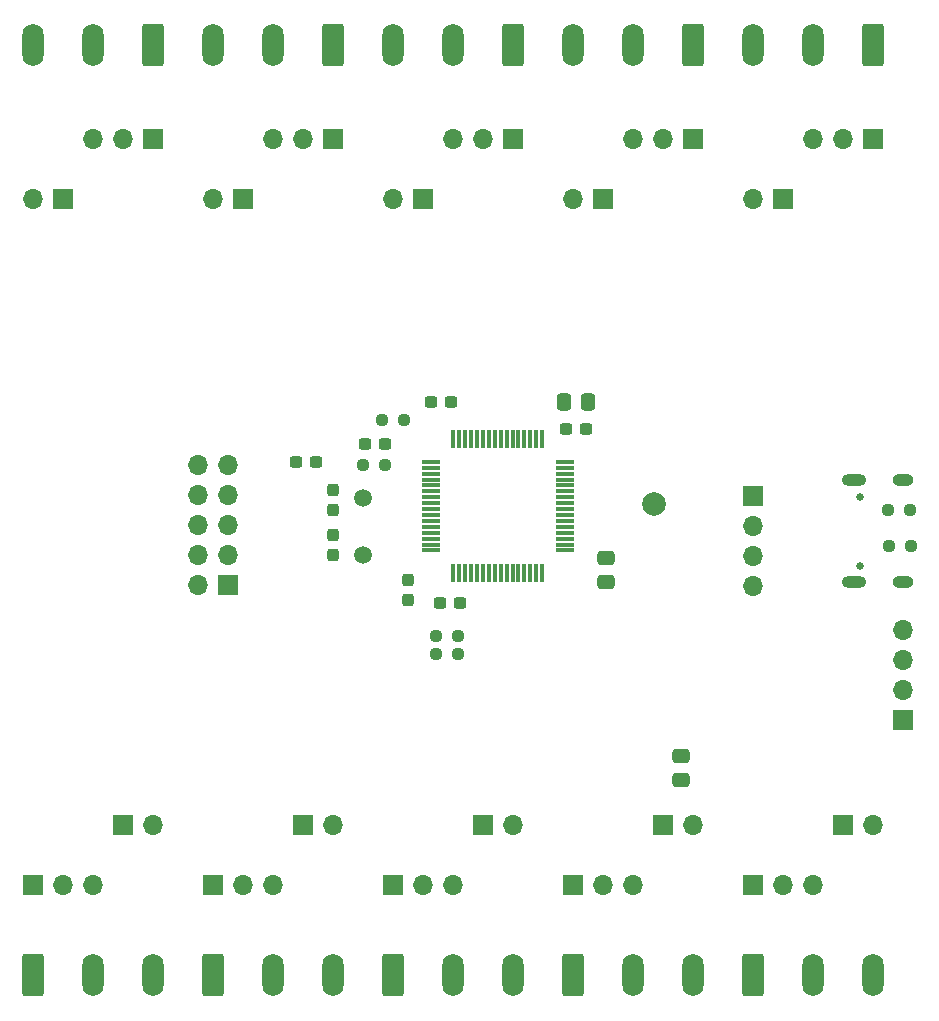
<source format=gbr>
%TF.GenerationSoftware,KiCad,Pcbnew,8.0.3*%
%TF.CreationDate,2024-06-21T15:52:04+03:00*%
%TF.ProjectId,pm,706d2e6b-6963-4616-945f-706362585858,rev?*%
%TF.SameCoordinates,Original*%
%TF.FileFunction,Soldermask,Bot*%
%TF.FilePolarity,Negative*%
%FSLAX46Y46*%
G04 Gerber Fmt 4.6, Leading zero omitted, Abs format (unit mm)*
G04 Created by KiCad (PCBNEW 8.0.3) date 2024-06-21 15:52:04*
%MOMM*%
%LPD*%
G01*
G04 APERTURE LIST*
G04 Aperture macros list*
%AMRoundRect*
0 Rectangle with rounded corners*
0 $1 Rounding radius*
0 $2 $3 $4 $5 $6 $7 $8 $9 X,Y pos of 4 corners*
0 Add a 4 corners polygon primitive as box body*
4,1,4,$2,$3,$4,$5,$6,$7,$8,$9,$2,$3,0*
0 Add four circle primitives for the rounded corners*
1,1,$1+$1,$2,$3*
1,1,$1+$1,$4,$5*
1,1,$1+$1,$6,$7*
1,1,$1+$1,$8,$9*
0 Add four rect primitives between the rounded corners*
20,1,$1+$1,$2,$3,$4,$5,0*
20,1,$1+$1,$4,$5,$6,$7,0*
20,1,$1+$1,$6,$7,$8,$9,0*
20,1,$1+$1,$8,$9,$2,$3,0*%
G04 Aperture macros list end*
%ADD10C,2.000000*%
%ADD11RoundRect,0.237500X0.300000X0.237500X-0.300000X0.237500X-0.300000X-0.237500X0.300000X-0.237500X0*%
%ADD12R,1.700000X1.700000*%
%ADD13O,1.700000X1.700000*%
%ADD14C,1.500000*%
%ADD15RoundRect,0.237500X0.250000X0.237500X-0.250000X0.237500X-0.250000X-0.237500X0.250000X-0.237500X0*%
%ADD16RoundRect,0.237500X-0.250000X-0.237500X0.250000X-0.237500X0.250000X0.237500X-0.250000X0.237500X0*%
%ADD17RoundRect,0.250000X0.475000X-0.337500X0.475000X0.337500X-0.475000X0.337500X-0.475000X-0.337500X0*%
%ADD18RoundRect,0.250000X-0.650000X-1.550000X0.650000X-1.550000X0.650000X1.550000X-0.650000X1.550000X0*%
%ADD19O,1.800000X3.600000*%
%ADD20RoundRect,0.250000X0.650000X1.550000X-0.650000X1.550000X-0.650000X-1.550000X0.650000X-1.550000X0*%
%ADD21RoundRect,0.237500X0.237500X-0.300000X0.237500X0.300000X-0.237500X0.300000X-0.237500X-0.300000X0*%
%ADD22RoundRect,0.237500X-0.237500X0.300000X-0.237500X-0.300000X0.237500X-0.300000X0.237500X0.300000X0*%
%ADD23RoundRect,0.237500X-0.300000X-0.237500X0.300000X-0.237500X0.300000X0.237500X-0.300000X0.237500X0*%
%ADD24RoundRect,0.250000X-0.475000X0.337500X-0.475000X-0.337500X0.475000X-0.337500X0.475000X0.337500X0*%
%ADD25RoundRect,0.250000X-0.337500X-0.475000X0.337500X-0.475000X0.337500X0.475000X-0.337500X0.475000X0*%
%ADD26C,0.650000*%
%ADD27O,2.100000X1.000000*%
%ADD28O,1.800000X1.000000*%
%ADD29RoundRect,0.075000X-0.075000X-0.700000X0.075000X-0.700000X0.075000X0.700000X-0.075000X0.700000X0*%
%ADD30RoundRect,0.075000X-0.700000X-0.075000X0.700000X-0.075000X0.700000X0.075000X-0.700000X0.075000X0*%
G04 APERTURE END LIST*
D10*
%TO.C,TP1*%
X121158000Y-89662000D03*
%TD*%
D11*
%TO.C,C13*%
X90831500Y-86106000D03*
X92556500Y-86106000D03*
%TD*%
D12*
%TO.C,J21*%
X85090000Y-96520000D03*
D13*
X82550000Y-96520000D03*
X85090000Y-93980000D03*
X82550000Y-93980000D03*
X85090000Y-91440000D03*
X82550000Y-91440000D03*
X85090000Y-88900000D03*
X82550000Y-88900000D03*
X85090000Y-86360000D03*
X82550000Y-86360000D03*
%TD*%
D14*
%TO.C,Y1*%
X96520000Y-89080000D03*
X96520000Y-93980000D03*
%TD*%
D15*
%TO.C,R16*%
X99972500Y-82550000D03*
X98147500Y-82550000D03*
%TD*%
%TO.C,R15*%
X142898500Y-93218000D03*
X141073500Y-93218000D03*
%TD*%
D16*
%TO.C,R14*%
X140970000Y-90170000D03*
X142795000Y-90170000D03*
%TD*%
D11*
%TO.C,C24*%
X104748500Y-98044000D03*
X103023500Y-98044000D03*
%TD*%
D17*
%TO.C,C23*%
X123444000Y-110955000D03*
X123444000Y-113030000D03*
%TD*%
D18*
%TO.C,J14*%
X83820000Y-129540000D03*
D19*
X88900000Y-129540000D03*
X93980000Y-129540000D03*
%TD*%
D20*
%TO.C,J8*%
X124460000Y-50800000D03*
D19*
X119380000Y-50800000D03*
X114300000Y-50800000D03*
%TD*%
D16*
%TO.C,R12*%
X96520000Y-86360000D03*
X98345000Y-86360000D03*
%TD*%
D21*
%TO.C,C17*%
X100330000Y-97790000D03*
X100330000Y-96065000D03*
%TD*%
D18*
%TO.C,J16*%
X99060000Y-129540000D03*
D19*
X104140000Y-129540000D03*
X109220000Y-129540000D03*
%TD*%
D12*
%TO.C,JP2*%
X86360000Y-63840000D03*
D13*
X83820000Y-63840000D03*
%TD*%
D12*
%TO.C,JP7*%
X91440000Y-116840000D03*
D13*
X93980000Y-116840000D03*
%TD*%
D21*
%TO.C,C15*%
X93980000Y-90170000D03*
X93980000Y-88445000D03*
%TD*%
D12*
%TO.C,JP3*%
X101600000Y-63840000D03*
D13*
X99060000Y-63840000D03*
%TD*%
D11*
%TO.C,C16*%
X98398500Y-84582000D03*
X96673500Y-84582000D03*
%TD*%
D12*
%TO.C,JP1*%
X71120000Y-63840000D03*
D13*
X68580000Y-63840000D03*
%TD*%
D22*
%TO.C,C14*%
X93980000Y-92255000D03*
X93980000Y-93980000D03*
%TD*%
D20*
%TO.C,J2*%
X78740000Y-50800000D03*
D19*
X73660000Y-50800000D03*
X68580000Y-50800000D03*
%TD*%
D20*
%TO.C,J6*%
X109220000Y-50800000D03*
D19*
X104140000Y-50800000D03*
X99060000Y-50800000D03*
%TD*%
D12*
%TO.C,J19*%
X129540000Y-121920000D03*
D13*
X132080000Y-121920000D03*
X134620000Y-121920000D03*
%TD*%
D20*
%TO.C,J4*%
X93980000Y-50800000D03*
D19*
X88900000Y-50800000D03*
X83820000Y-50800000D03*
%TD*%
D12*
%TO.C,J3*%
X93980000Y-58760000D03*
D13*
X91440000Y-58760000D03*
X88900000Y-58760000D03*
%TD*%
D12*
%TO.C,JP4*%
X116840000Y-63840000D03*
D13*
X114300000Y-63840000D03*
%TD*%
D23*
%TO.C,C20*%
X102261500Y-81026000D03*
X103986500Y-81026000D03*
%TD*%
D12*
%TO.C,JP5*%
X132080000Y-63840000D03*
D13*
X129540000Y-63840000D03*
%TD*%
D12*
%TO.C,J7*%
X124460000Y-58760000D03*
D13*
X121920000Y-58760000D03*
X119380000Y-58760000D03*
%TD*%
D12*
%TO.C,JP6*%
X76200000Y-116840000D03*
D13*
X78740000Y-116840000D03*
%TD*%
D18*
%TO.C,J18*%
X114300000Y-129540000D03*
D19*
X119380000Y-129540000D03*
X124460000Y-129540000D03*
%TD*%
D18*
%TO.C,J12*%
X68580000Y-129540000D03*
D19*
X73660000Y-129540000D03*
X78740000Y-129540000D03*
%TD*%
D18*
%TO.C,J20*%
X129540000Y-129540000D03*
D19*
X134620000Y-129540000D03*
X139700000Y-129540000D03*
%TD*%
D12*
%TO.C,J1*%
X78740000Y-58760000D03*
D13*
X76200000Y-58760000D03*
X73660000Y-58760000D03*
%TD*%
D12*
%TO.C,JP9*%
X121920000Y-116840000D03*
D13*
X124460000Y-116840000D03*
%TD*%
D12*
%TO.C,JP10*%
X137160000Y-116840000D03*
D13*
X139700000Y-116840000D03*
%TD*%
D12*
%TO.C,J9*%
X139700000Y-58760000D03*
D13*
X137160000Y-58760000D03*
X134620000Y-58760000D03*
%TD*%
D12*
%TO.C,J13*%
X83820000Y-121920000D03*
D13*
X86360000Y-121920000D03*
X88900000Y-121920000D03*
%TD*%
D12*
%TO.C,J15*%
X99060000Y-121920000D03*
D13*
X101600000Y-121920000D03*
X104140000Y-121920000D03*
%TD*%
D20*
%TO.C,J10*%
X139700000Y-50800000D03*
D19*
X134620000Y-50800000D03*
X129540000Y-50800000D03*
%TD*%
D12*
%TO.C,J5*%
X109220000Y-58760000D03*
D13*
X106680000Y-58760000D03*
X104140000Y-58760000D03*
%TD*%
D12*
%TO.C,JP8*%
X106680000Y-116840000D03*
D13*
X109220000Y-116840000D03*
%TD*%
D12*
%TO.C,J17*%
X114300000Y-121920000D03*
D13*
X116840000Y-121920000D03*
X119380000Y-121920000D03*
%TD*%
D12*
%TO.C,J11*%
X68580000Y-121920000D03*
D13*
X71120000Y-121920000D03*
X73660000Y-121920000D03*
%TD*%
D16*
%TO.C,R11*%
X104544500Y-100838000D03*
X102719500Y-100838000D03*
%TD*%
%TO.C,R13*%
X102719500Y-102362000D03*
X104544500Y-102362000D03*
%TD*%
D11*
%TO.C,C21*%
X113691500Y-83312000D03*
X115416500Y-83312000D03*
%TD*%
D24*
%TO.C,C11*%
X117094000Y-94191000D03*
X117094000Y-96266000D03*
%TD*%
D25*
%TO.C,C12*%
X113516500Y-81026000D03*
X115591500Y-81026000D03*
%TD*%
D26*
%TO.C,J25*%
X138560000Y-94840000D03*
X138560000Y-89060000D03*
D27*
X138060000Y-96270000D03*
D28*
X142240000Y-96270000D03*
D27*
X138060000Y-87630000D03*
D28*
X142240000Y-87630000D03*
%TD*%
D12*
%TO.C,J23*%
X129540000Y-88910000D03*
D13*
X129540000Y-91450000D03*
X129540000Y-93990000D03*
X129540000Y-96530000D03*
%TD*%
D29*
%TO.C,U11*%
X104180000Y-95482500D03*
X104680000Y-95482500D03*
X105180000Y-95482500D03*
X105680000Y-95482500D03*
X106180000Y-95482500D03*
X106680000Y-95482500D03*
X107180000Y-95482500D03*
X107680000Y-95482500D03*
X108180000Y-95482500D03*
X108680000Y-95482500D03*
X109180000Y-95482500D03*
X109680000Y-95482500D03*
X110180000Y-95482500D03*
X110680000Y-95482500D03*
X111180000Y-95482500D03*
X111680000Y-95482500D03*
D30*
X113605000Y-93557500D03*
X113605000Y-93057500D03*
X113605000Y-92557500D03*
X113605000Y-92057500D03*
X113605000Y-91557500D03*
X113605000Y-91057500D03*
X113605000Y-90557500D03*
X113605000Y-90057500D03*
X113605000Y-89557500D03*
X113605000Y-89057500D03*
X113605000Y-88557500D03*
X113605000Y-88057500D03*
X113605000Y-87557500D03*
X113605000Y-87057500D03*
X113605000Y-86557500D03*
X113605000Y-86057500D03*
D29*
X111680000Y-84132500D03*
X111180000Y-84132500D03*
X110680000Y-84132500D03*
X110180000Y-84132500D03*
X109680000Y-84132500D03*
X109180000Y-84132500D03*
X108680000Y-84132500D03*
X108180000Y-84132500D03*
X107680000Y-84132500D03*
X107180000Y-84132500D03*
X106680000Y-84132500D03*
X106180000Y-84132500D03*
X105680000Y-84132500D03*
X105180000Y-84132500D03*
X104680000Y-84132500D03*
X104180000Y-84132500D03*
D30*
X102255000Y-86057500D03*
X102255000Y-86557500D03*
X102255000Y-87057500D03*
X102255000Y-87557500D03*
X102255000Y-88057500D03*
X102255000Y-88557500D03*
X102255000Y-89057500D03*
X102255000Y-89557500D03*
X102255000Y-90057500D03*
X102255000Y-90557500D03*
X102255000Y-91057500D03*
X102255000Y-91557500D03*
X102255000Y-92057500D03*
X102255000Y-92557500D03*
X102255000Y-93057500D03*
X102255000Y-93557500D03*
%TD*%
D12*
%TO.C,J24*%
X142240000Y-107950000D03*
D13*
X142240000Y-105410000D03*
X142240000Y-102870000D03*
X142240000Y-100330000D03*
%TD*%
M02*

</source>
